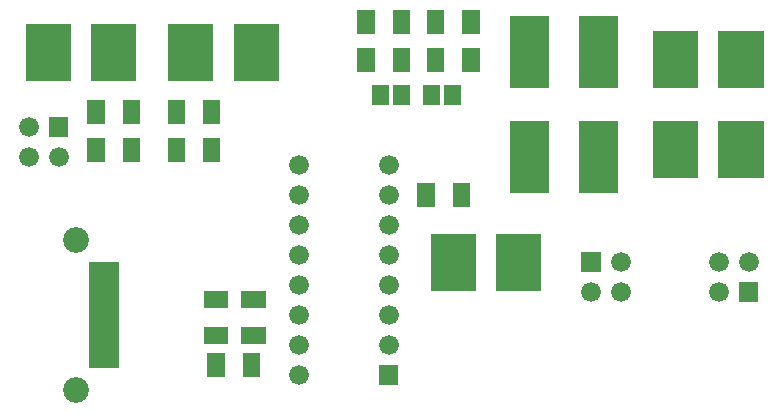
<source format=gbr>
G04 start of page 6 for group -4063 idx -4063 *
G04 Title: (unknown), componentmask *
G04 Creator: pcb 1.99z *
G04 CreationDate: Wed 27 Mar 2013 05:03:32 PM GMT UTC *
G04 For: nock *
G04 Format: Gerber/RS-274X *
G04 PCB-Dimensions (mil): 6000.00 5000.00 *
G04 PCB-Coordinate-Origin: lower left *
%MOIN*%
%FSLAX25Y25*%
%LNTOPMASK*%
%ADD43R,0.1290X0.1290*%
%ADD42R,0.0550X0.0550*%
%ADD41R,0.1510X0.1510*%
%ADD40R,0.0572X0.0572*%
%ADD39C,0.0001*%
%ADD38C,0.0660*%
%ADD37C,0.0860*%
G54D37*X160800Y287500D03*
Y237300D03*
G54D38*X235000Y312500D03*
Y302500D03*
Y292500D03*
Y282500D03*
Y272500D03*
Y262500D03*
Y252500D03*
Y242500D03*
G54D39*G36*
X151700Y328300D02*Y321700D01*
X158300D01*
Y328300D01*
X151700D01*
G37*
G54D38*X155000Y315000D03*
X145000Y325000D03*
Y315000D03*
G54D39*G36*
X261700Y245800D02*Y239200D01*
X268300D01*
Y245800D01*
X261700D01*
G37*
G54D38*X265000Y252500D03*
Y262500D03*
Y272500D03*
Y282500D03*
Y292500D03*
Y302500D03*
Y312500D03*
G54D39*G36*
X329200Y283300D02*Y276700D01*
X335800D01*
Y283300D01*
X329200D01*
G37*
G54D38*X342500Y280000D03*
X385000D03*
X375000D03*
X332500Y270000D03*
X342500D03*
G54D39*G36*
X381700Y273300D02*Y266700D01*
X388300D01*
Y273300D01*
X381700D01*
G37*
G54D38*X375000Y270000D03*
G54D40*X206120Y331181D02*Y328819D01*
Y318681D02*Y316319D01*
X194310Y331181D02*Y328819D01*
Y318681D02*Y316319D01*
X207500Y246871D02*Y244509D01*
X219310Y246871D02*Y244509D01*
X206319Y267500D02*X208681D01*
X206319Y255690D02*X208681D01*
X218819Y267500D02*X221181D01*
X218819Y255690D02*X221181D01*
G54D41*X199100Y352000D02*Y348000D01*
X220900Y352000D02*Y348000D01*
G54D42*X167950Y262400D02*X172250D01*
X167950Y267400D02*X172250D01*
X167950Y272400D02*X172250D01*
X167950Y277400D02*X172250D01*
X167950Y247400D02*X172250D01*
X167950Y252400D02*X172250D01*
X167950Y257400D02*X172250D01*
G54D40*X179310Y331181D02*Y328819D01*
Y318681D02*Y316319D01*
X167500Y331181D02*Y328819D01*
Y318681D02*Y316319D01*
G54D41*X151600Y352000D02*Y348000D01*
X173400Y352000D02*Y348000D01*
G54D40*X269310Y361181D02*Y358819D01*
X257500Y361181D02*Y358819D01*
X269310Y348681D02*Y346319D01*
X257500Y348681D02*Y346319D01*
X277500Y303681D02*Y301319D01*
X289310Y303681D02*Y301319D01*
X269310Y336083D02*Y335297D01*
X262224Y336083D02*Y335297D01*
X286396Y336083D02*Y335297D01*
X279310Y336083D02*Y335297D01*
G54D43*X312000Y320600D02*Y309400D01*
Y355600D02*Y344400D01*
G54D40*X292500Y348681D02*Y346319D01*
X280690Y348681D02*Y346319D01*
X292500Y361181D02*Y358819D01*
X280690Y361181D02*Y358819D01*
G54D41*X308400Y282000D02*Y278000D01*
X286600Y282000D02*Y278000D01*
G54D43*X335000Y320600D02*Y309400D01*
G54D41*X360700Y319500D02*Y315500D01*
X382500Y319500D02*Y315500D01*
G54D43*X335000Y355600D02*Y344400D01*
G54D41*X360700Y349500D02*Y345500D01*
X382500Y349500D02*Y345500D01*
M02*

</source>
